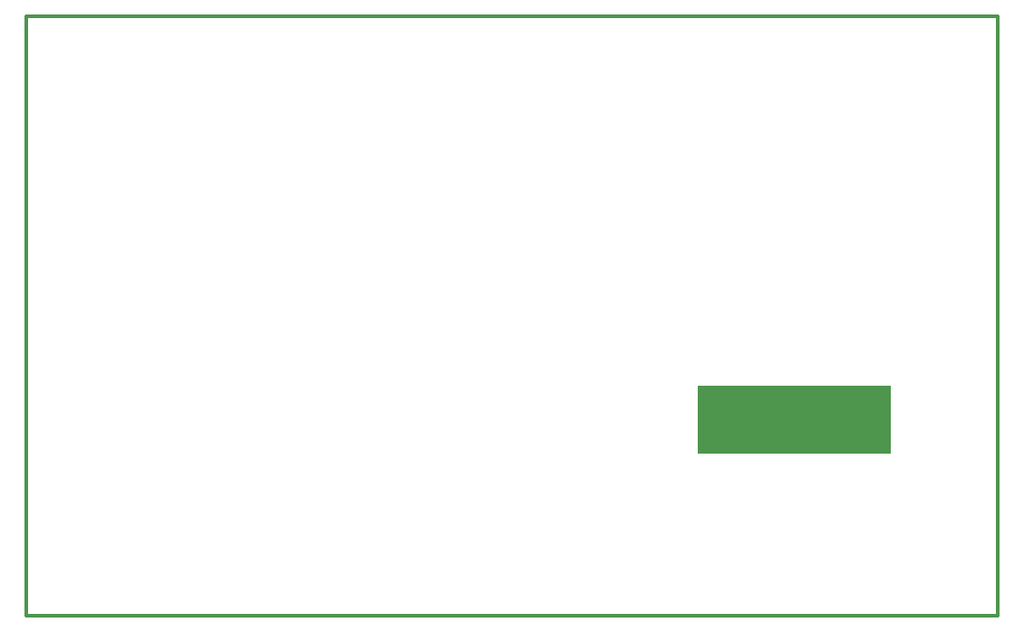
<source format=gko>
G04*
G04 #@! TF.GenerationSoftware,Altium Limited,Altium Designer,22.4.2 (48)*
G04*
G04 Layer_Color=16711935*
%FSTAX24Y24*%
%MOIN*%
G70*
G04*
G04 #@! TF.SameCoordinates,36F0A17D-9E63-4542-9A5D-60F15C5BBE16*
G04*
G04*
G04 #@! TF.FilePolarity,Positive*
G04*
G01*
G75*
%ADD14C,0.0118*%
G36*
X061979Y027227D02*
X054892D01*
Y029708D01*
X061979D01*
Y027227D01*
D02*
G37*
D14*
X030165Y04331D02*
X03676D01*
X030165Y04331D02*
X030165Y021264D01*
X056231D01*
X065913D01*
X065913Y04331D02*
X065913Y021264D01*
X060055Y04331D02*
X065913D01*
X03676D02*
X060055D01*
X030185Y043324D02*
X036709Y04332D01*
M02*

</source>
